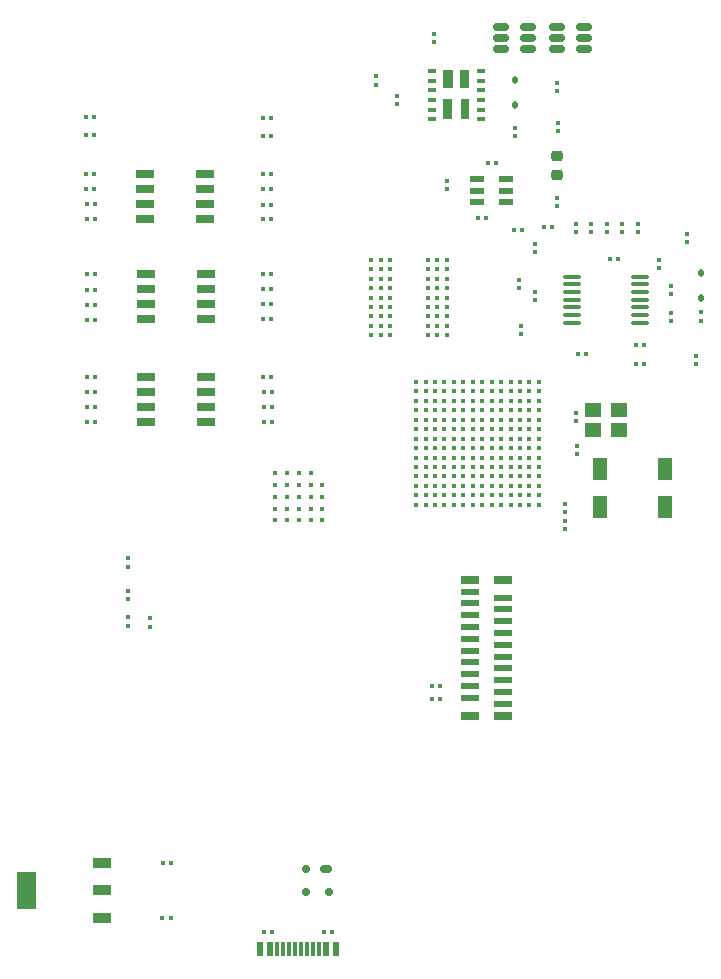
<source format=gbr>
%TF.GenerationSoftware,KiCad,Pcbnew,9.0.0*%
%TF.CreationDate,2025-05-06T20:27:03-04:00*%
%TF.ProjectId,payload_board,7061796c-6f61-4645-9f62-6f6172642e6b,rev?*%
%TF.SameCoordinates,Original*%
%TF.FileFunction,Paste,Top*%
%TF.FilePolarity,Positive*%
%FSLAX45Y45*%
G04 Gerber Fmt 4.5, Leading zero omitted, Abs format (unit mm)*
G04 Created by KiCad (PCBNEW 9.0.0) date 2025-05-06 20:27:03*
%MOMM*%
%LPD*%
G01*
G04 APERTURE LIST*
G04 Aperture macros list*
%AMRoundRect*
0 Rectangle with rounded corners*
0 $1 Rounding radius*
0 $2 $3 $4 $5 $6 $7 $8 $9 X,Y pos of 4 corners*
0 Add a 4 corners polygon primitive as box body*
4,1,4,$2,$3,$4,$5,$6,$7,$8,$9,$2,$3,0*
0 Add four circle primitives for the rounded corners*
1,1,$1+$1,$2,$3*
1,1,$1+$1,$4,$5*
1,1,$1+$1,$6,$7*
1,1,$1+$1,$8,$9*
0 Add four rect primitives between the rounded corners*
20,1,$1+$1,$2,$3,$4,$5,0*
20,1,$1+$1,$4,$5,$6,$7,0*
20,1,$1+$1,$6,$7,$8,$9,0*
20,1,$1+$1,$8,$9,$2,$3,0*%
G04 Aperture macros list end*
%ADD10C,0.000000*%
%ADD11RoundRect,0.079500X0.079500X0.100500X-0.079500X0.100500X-0.079500X-0.100500X0.079500X-0.100500X0*%
%ADD12RoundRect,0.079500X0.100500X-0.079500X0.100500X0.079500X-0.100500X0.079500X-0.100500X-0.079500X0*%
%ADD13RoundRect,0.079500X-0.079500X-0.100500X0.079500X-0.100500X0.079500X0.100500X-0.079500X0.100500X0*%
%ADD14RoundRect,0.079500X-0.100500X0.079500X-0.100500X-0.079500X0.100500X-0.079500X0.100500X0.079500X0*%
%ADD15C,0.410000*%
%ADD16RoundRect,0.175000X-0.325000X0.175000X-0.325000X-0.175000X0.325000X-0.175000X0.325000X0.175000X0*%
%ADD17RoundRect,0.150000X-0.150000X0.200000X-0.150000X-0.200000X0.150000X-0.200000X0.150000X0.200000X0*%
%ADD18RoundRect,0.218750X-0.256250X0.218750X-0.256250X-0.218750X0.256250X-0.218750X0.256250X0.218750X0*%
%ADD19R,0.650000X0.400000*%
%ADD20RoundRect,0.190000X0.610000X0.190000X-0.610000X0.190000X-0.610000X-0.190000X0.610000X-0.190000X0*%
%ADD21R,1.150000X0.600000*%
%ADD22RoundRect,0.112500X-0.112500X0.187500X-0.112500X-0.187500X0.112500X-0.187500X0.112500X0.187500X0*%
%ADD23R,1.400000X1.200000*%
%ADD24R,1.600200X0.838200*%
%ADD25R,0.590000X1.150000*%
%ADD26R,0.298000X1.150000*%
%ADD27C,0.370000*%
%ADD28RoundRect,0.150000X-0.512500X-0.150000X0.512500X-0.150000X0.512500X0.150000X-0.512500X0.150000X0*%
%ADD29R,1.300000X1.900000*%
%ADD30RoundRect,0.100000X-0.637500X-0.100000X0.637500X-0.100000X0.637500X0.100000X-0.637500X0.100000X0*%
%ADD31R,1.500000X0.600000*%
%ADD32R,1.500000X0.800000*%
%ADD33C,0.394000*%
G04 APERTURE END LIST*
D10*
%TO.C,Q1*%
G36*
X19370000Y-6090906D02*
G01*
X19290000Y-6090906D01*
X19290000Y-5940906D01*
X19370000Y-5940906D01*
X19370000Y-6090906D01*
G37*
G36*
X19360000Y-6350906D02*
G01*
X19290000Y-6350906D01*
X19290000Y-6180906D01*
X19360000Y-6180906D01*
X19360000Y-6350906D01*
G37*
G36*
X19510000Y-6090906D02*
G01*
X19430000Y-6090906D01*
X19430000Y-5940906D01*
X19510000Y-5940906D01*
X19510000Y-6090906D01*
G37*
G36*
X19510000Y-6350906D02*
G01*
X19440000Y-6350906D01*
X19440000Y-6180906D01*
X19510000Y-6180906D01*
X19510000Y-6350906D01*
G37*
%TO.C,U2*%
G36*
X15842470Y-13042480D02*
G01*
X15682450Y-13042480D01*
X15682450Y-12727520D01*
X15842470Y-12727520D01*
X15842470Y-13042480D01*
G37*
%TD*%
D11*
%TO.C,C49*%
X20989500Y-8427500D03*
X20920500Y-8427500D03*
%TD*%
D12*
%TO.C,R62*%
X21352500Y-7394500D03*
X21352500Y-7325500D03*
%TD*%
D11*
%TO.C,R51*%
X19958500Y-7292500D03*
X19889500Y-7292500D03*
%TD*%
%TO.C,C48*%
X19651500Y-7192500D03*
X19582500Y-7192500D03*
%TD*%
%TO.C,R3*%
X17830500Y-7080000D03*
X17761500Y-7080000D03*
%TD*%
%TO.C,C45*%
X20212000Y-7265000D03*
X20143000Y-7265000D03*
%TD*%
D13*
%TO.C,R25*%
X16275500Y-8920000D03*
X16344500Y-8920000D03*
%TD*%
%TO.C,R17*%
X16267000Y-6945000D03*
X16336000Y-6945000D03*
%TD*%
%TO.C,R27*%
X16273000Y-8667500D03*
X16342000Y-8667500D03*
%TD*%
D11*
%TO.C,R61*%
X20767000Y-7535000D03*
X20698000Y-7535000D03*
%TD*%
D13*
%TO.C,C7*%
X16912500Y-13115000D03*
X16981500Y-13115000D03*
%TD*%
D11*
%TO.C,C50*%
X20989500Y-8270000D03*
X20920500Y-8270000D03*
%TD*%
D14*
%TO.C,R34*%
X18720000Y-5993000D03*
X18720000Y-6062000D03*
%TD*%
D13*
%TO.C,R15*%
X16269500Y-7202500D03*
X16338500Y-7202500D03*
%TD*%
D11*
%TO.C,R13*%
X17834500Y-8540000D03*
X17765500Y-8540000D03*
%TD*%
%TO.C,R6*%
X17834500Y-8045000D03*
X17765500Y-8045000D03*
%TD*%
D12*
%TO.C,C47*%
X19945000Y-8177000D03*
X19945000Y-8108000D03*
%TD*%
D15*
%TO.C,IC1*%
X19320000Y-8185000D03*
X19240000Y-8185000D03*
X19160000Y-8185000D03*
X18840000Y-8185000D03*
X18760000Y-8185000D03*
X18680000Y-8185000D03*
X19320000Y-8105000D03*
X19240000Y-8105000D03*
X19160000Y-8105000D03*
X18840000Y-8105000D03*
X18760000Y-8105000D03*
X18680000Y-8105000D03*
X19320000Y-8025000D03*
X19240000Y-8025000D03*
X19160000Y-8025000D03*
X18840000Y-8025000D03*
X18760000Y-8025000D03*
X18680000Y-8025000D03*
X19320000Y-7945000D03*
X19240000Y-7945000D03*
X19160000Y-7945000D03*
X18840000Y-7945000D03*
X18760000Y-7945000D03*
X18680000Y-7945000D03*
X19320000Y-7865000D03*
X19240000Y-7865000D03*
X19160000Y-7865000D03*
X18840000Y-7865000D03*
X18760000Y-7865000D03*
X18680000Y-7865000D03*
X19320000Y-7785000D03*
X19240000Y-7785000D03*
X19160000Y-7785000D03*
X18840000Y-7785000D03*
X18760000Y-7785000D03*
X18680000Y-7785000D03*
X19320000Y-7705000D03*
X19240000Y-7705000D03*
X19160000Y-7705000D03*
X18840000Y-7705000D03*
X18760000Y-7705000D03*
X18680000Y-7705000D03*
X19320000Y-7625000D03*
X19240000Y-7625000D03*
X19160000Y-7625000D03*
X18840000Y-7625000D03*
X18760000Y-7625000D03*
X18680000Y-7625000D03*
X19320000Y-7545000D03*
X19240000Y-7545000D03*
X19160000Y-7545000D03*
X18840000Y-7545000D03*
X18760000Y-7545000D03*
X18680000Y-7545000D03*
%TD*%
D16*
%TO.C,D1*%
X18300000Y-12700000D03*
D17*
X18130000Y-12700000D03*
X18130000Y-12900000D03*
X18320000Y-12900000D03*
%TD*%
D14*
%TO.C,R42*%
X16625000Y-10351500D03*
X16625000Y-10420500D03*
%TD*%
%TO.C,R52*%
X20067500Y-7414000D03*
X20067500Y-7483000D03*
%TD*%
D13*
%TO.C,R26*%
X16275500Y-8795000D03*
X16344500Y-8795000D03*
%TD*%
D12*
%TO.C,R47*%
X20673000Y-7308500D03*
X20673000Y-7239500D03*
%TD*%
D18*
%TO.C,D3*%
X20255000Y-6670000D03*
X20255000Y-6827500D03*
%TD*%
D13*
%TO.C,R63*%
X16265500Y-6340000D03*
X16334500Y-6340000D03*
%TD*%
D14*
%TO.C,R43*%
X16625000Y-10074000D03*
X16625000Y-10143000D03*
%TD*%
D19*
%TO.C,Q1*%
X19192457Y-5948468D03*
X19192457Y-6029748D03*
X19192457Y-6111028D03*
X19192457Y-6192308D03*
X19192457Y-6273588D03*
X19192457Y-6354868D03*
X19607518Y-6354843D03*
X19607518Y-6273563D03*
X19607518Y-6192283D03*
X19607518Y-6111003D03*
X19607518Y-6029723D03*
X19607518Y-5948443D03*
%TD*%
D12*
%TO.C,R57*%
X21115000Y-7617500D03*
X21115000Y-7548500D03*
%TD*%
D20*
%TO.C,SW2*%
X17279000Y-8050500D03*
X17279000Y-7923500D03*
X17279000Y-7796500D03*
X17279000Y-7669500D03*
X16771000Y-7669500D03*
X16771000Y-7796500D03*
X16771000Y-7923500D03*
X16771000Y-8050500D03*
%TD*%
D14*
%TO.C,R48*%
X20803000Y-7239500D03*
X20803000Y-7308500D03*
%TD*%
D21*
%TO.C,U5*%
X19572500Y-6865000D03*
X19572500Y-6960000D03*
X19572500Y-7055000D03*
X19822500Y-7055000D03*
X19822500Y-6960000D03*
X19822500Y-6865000D03*
%TD*%
D22*
%TO.C,D4*%
X21472500Y-7657500D03*
X21472500Y-7867500D03*
%TD*%
D13*
%TO.C,R53*%
X19668000Y-6725000D03*
X19737000Y-6725000D03*
%TD*%
%TO.C,R28*%
X16272000Y-8540000D03*
X16341000Y-8540000D03*
%TD*%
%TO.C,R18*%
X16264500Y-6822500D03*
X16333500Y-6822500D03*
%TD*%
D22*
%TO.C,D2*%
X19895000Y-6027500D03*
X19895000Y-6237500D03*
%TD*%
D20*
%TO.C,SW3*%
X17278000Y-8921000D03*
X17278000Y-8794000D03*
X17278000Y-8667000D03*
X17278000Y-8540000D03*
X16770000Y-8540000D03*
X16770000Y-8667000D03*
X16770000Y-8794000D03*
X16770000Y-8921000D03*
%TD*%
D11*
%TO.C,R8*%
X17834500Y-7920000D03*
X17765500Y-7920000D03*
%TD*%
D14*
%TO.C,R41*%
X16625000Y-10574000D03*
X16625000Y-10643000D03*
%TD*%
D11*
%TO.C,R1*%
X17834500Y-6345000D03*
X17765500Y-6345000D03*
%TD*%
%TO.C,R14*%
X17839500Y-8665000D03*
X17770500Y-8665000D03*
%TD*%
D13*
%TO.C,R66*%
X19191500Y-11152500D03*
X19260500Y-11152500D03*
%TD*%
D14*
%TO.C,R54*%
X19932500Y-7718000D03*
X19932500Y-7787000D03*
%TD*%
D20*
%TO.C,SW1*%
X17274000Y-7200500D03*
X17274000Y-7073500D03*
X17274000Y-6946500D03*
X17274000Y-6819500D03*
X16766000Y-6819500D03*
X16766000Y-6946500D03*
X16766000Y-7073500D03*
X16766000Y-7200500D03*
%TD*%
D13*
%TO.C,R21*%
X16272000Y-7797500D03*
X16341000Y-7797500D03*
%TD*%
D23*
%TO.C,Y2*%
X20555000Y-8987500D03*
X20775000Y-8987500D03*
X20775000Y-8817500D03*
X20555000Y-8817500D03*
%TD*%
D14*
%TO.C,R37*%
X20255000Y-6048500D03*
X20255000Y-6117500D03*
%TD*%
%TO.C,R38*%
X20257500Y-6385500D03*
X20257500Y-6454500D03*
%TD*%
D11*
%TO.C,R12*%
X17829500Y-6495000D03*
X17760500Y-6495000D03*
%TD*%
D14*
%TO.C,R60*%
X21215000Y-7994000D03*
X21215000Y-8063000D03*
%TD*%
D12*
%TO.C,R59*%
X21217500Y-7838500D03*
X21217500Y-7769500D03*
%TD*%
D14*
%TO.C,C32*%
X20420000Y-9122500D03*
X20420000Y-9191500D03*
%TD*%
D11*
%TO.C,R5*%
X17829500Y-6820000D03*
X17760500Y-6820000D03*
%TD*%
D13*
%TO.C,R22*%
X16270500Y-7670000D03*
X16339500Y-7670000D03*
%TD*%
%TO.C,C10*%
X16913000Y-12652500D03*
X16982000Y-12652500D03*
%TD*%
%TO.C,R31*%
X17770700Y-13233400D03*
X17839700Y-13233400D03*
%TD*%
D24*
%TO.C,U2*%
X16402540Y-13115000D03*
X16402540Y-12885000D03*
X16402540Y-12655000D03*
%TD*%
D13*
%TO.C,R32*%
X18278700Y-13233400D03*
X18347700Y-13233400D03*
%TD*%
%TO.C,R64*%
X16265500Y-6490000D03*
X16334500Y-6490000D03*
%TD*%
%TO.C,R65*%
X19191500Y-11260000D03*
X19260500Y-11260000D03*
%TD*%
D14*
%TO.C,R35*%
X19207500Y-5630500D03*
X19207500Y-5699500D03*
%TD*%
D11*
%TO.C,R9*%
X17833500Y-7795000D03*
X17764500Y-7795000D03*
%TD*%
D14*
%TO.C,R58*%
X21472500Y-7991500D03*
X21472500Y-8060500D03*
%TD*%
D12*
%TO.C,R50*%
X20252500Y-7088000D03*
X20252500Y-7019000D03*
%TD*%
D25*
%TO.C,J2*%
X17740000Y-13380000D03*
X17820000Y-13380000D03*
D26*
X17935000Y-13380000D03*
X18035000Y-13380000D03*
X18085000Y-13380000D03*
X18185000Y-13380000D03*
D25*
X18380000Y-13380000D03*
X18300000Y-13380000D03*
D26*
X18235000Y-13380000D03*
X18135000Y-13380000D03*
X17985000Y-13380000D03*
X17885000Y-13380000D03*
%TD*%
D11*
%TO.C,R4*%
X17832000Y-6945000D03*
X17763000Y-6945000D03*
%TD*%
D27*
%TO.C,U3*%
X18267500Y-9452500D03*
X18267500Y-9552500D03*
X18267500Y-9652500D03*
X18267500Y-9752500D03*
X18167500Y-9352500D03*
X18167500Y-9452500D03*
X18167500Y-9552500D03*
X18167500Y-9652500D03*
X18167500Y-9752500D03*
X18067500Y-9352500D03*
X18067500Y-9452500D03*
X18067500Y-9552500D03*
X18067500Y-9652500D03*
X18067500Y-9752500D03*
X17967500Y-9352500D03*
X17967500Y-9452500D03*
X17967500Y-9552500D03*
X17967500Y-9652500D03*
X17967500Y-9752500D03*
X17867500Y-9352500D03*
X17867500Y-9452500D03*
X17867500Y-9552500D03*
X17867500Y-9652500D03*
X17867500Y-9752500D03*
%TD*%
D12*
%TO.C,R36*%
X19895000Y-6497000D03*
X19895000Y-6428000D03*
%TD*%
D11*
%TO.C,R7*%
X17841000Y-8920000D03*
X17772000Y-8920000D03*
%TD*%
D14*
%TO.C,C46*%
X19322500Y-6878000D03*
X19322500Y-6947000D03*
%TD*%
D11*
%TO.C,R11*%
X17834500Y-7667500D03*
X17765500Y-7667500D03*
%TD*%
D28*
%TO.C,Q2*%
X19780000Y-5575000D03*
X19780000Y-5670000D03*
X19780000Y-5765000D03*
X20007500Y-5765000D03*
X20007500Y-5670000D03*
X20007500Y-5575000D03*
%TD*%
D12*
%TO.C,R45*%
X20418000Y-7308500D03*
X20418000Y-7239500D03*
%TD*%
D13*
%TO.C,R19*%
X16274500Y-8052500D03*
X16343500Y-8052500D03*
%TD*%
%TO.C,R16*%
X16269500Y-7075000D03*
X16338500Y-7075000D03*
%TD*%
D14*
%TO.C,C20*%
X20320000Y-9760000D03*
X20320000Y-9829000D03*
%TD*%
D12*
%TO.C,C51*%
X21430000Y-8429500D03*
X21430000Y-8360500D03*
%TD*%
%TO.C,R33*%
X18900000Y-6227000D03*
X18900000Y-6158000D03*
%TD*%
D14*
%TO.C,R46*%
X20543000Y-7239500D03*
X20543000Y-7308500D03*
%TD*%
D29*
%TO.C,Y1*%
X20617500Y-9635000D03*
X21167500Y-9635000D03*
X21167500Y-9315000D03*
X20617500Y-9315000D03*
%TD*%
D14*
%TO.C,R40*%
X16810000Y-10581500D03*
X16810000Y-10650500D03*
%TD*%
D11*
%TO.C,R10*%
X17839500Y-8790000D03*
X17770500Y-8790000D03*
%TD*%
D30*
%TO.C,U4*%
X20382500Y-7687500D03*
X20382500Y-7752500D03*
X20382500Y-7817500D03*
X20382500Y-7882500D03*
X20382500Y-7947500D03*
X20382500Y-8012500D03*
X20382500Y-8077500D03*
X20955000Y-8077500D03*
X20955000Y-8012500D03*
X20955000Y-7947500D03*
X20955000Y-7882500D03*
X20955000Y-7817500D03*
X20955000Y-7752500D03*
X20955000Y-7687500D03*
%TD*%
D14*
%TO.C,C34*%
X20417500Y-8845500D03*
X20417500Y-8914500D03*
%TD*%
D31*
%TO.C,J8*%
X19800000Y-11305000D03*
X19520000Y-11255000D03*
X19800000Y-11205000D03*
X19520000Y-11155000D03*
X19800000Y-11105000D03*
X19520000Y-11055000D03*
X19800000Y-11005000D03*
X19520000Y-10955000D03*
X19800000Y-10905000D03*
X19520000Y-10855000D03*
X19800000Y-10805000D03*
X19520000Y-10755000D03*
X19800000Y-10705000D03*
X19520000Y-10655000D03*
X19800000Y-10605000D03*
X19520000Y-10555000D03*
X19800000Y-10505000D03*
X19520000Y-10455000D03*
X19800000Y-10405000D03*
X19520000Y-10355000D03*
D32*
X19800000Y-11405000D03*
X19520000Y-11405000D03*
X19520000Y-10255000D03*
X19800000Y-10255000D03*
%TD*%
D13*
%TO.C,R56*%
X20427000Y-8345000D03*
X20496000Y-8345000D03*
%TD*%
D12*
%TO.C,R49*%
X20935500Y-7310000D03*
X20935500Y-7241000D03*
%TD*%
%TO.C,R55*%
X20065000Y-7888000D03*
X20065000Y-7819000D03*
%TD*%
%TO.C,C19*%
X20320000Y-9682500D03*
X20320000Y-9613500D03*
%TD*%
D11*
%TO.C,R2*%
X17830500Y-7200000D03*
X17761500Y-7200000D03*
%TD*%
D13*
%TO.C,R20*%
X16275500Y-7925000D03*
X16344500Y-7925000D03*
%TD*%
D33*
%TO.C,U1*%
X19060000Y-8580000D03*
X19140000Y-8580000D03*
X19220000Y-8580000D03*
X19300000Y-8580000D03*
X19380000Y-8580000D03*
X19460000Y-8580000D03*
X19540000Y-8580000D03*
X19620000Y-8580000D03*
X19700000Y-8580000D03*
X19780000Y-8580000D03*
X19860000Y-8580000D03*
X19940000Y-8580000D03*
X20020000Y-8580000D03*
X20100000Y-8580000D03*
X19060000Y-8660000D03*
X19140000Y-8660000D03*
X19220000Y-8660000D03*
X19300000Y-8660000D03*
X19380000Y-8660000D03*
X19460000Y-8660000D03*
X19540000Y-8660000D03*
X19620000Y-8660000D03*
X19700000Y-8660000D03*
X19780000Y-8660000D03*
X19860000Y-8660000D03*
X19940000Y-8660000D03*
X20020000Y-8660000D03*
X20100000Y-8660000D03*
X19060000Y-8740000D03*
X19140000Y-8740000D03*
X19220000Y-8740000D03*
X19300000Y-8740000D03*
X19380000Y-8740000D03*
X19460000Y-8740000D03*
X19540000Y-8740000D03*
X19620000Y-8740000D03*
X19700000Y-8740000D03*
X19780000Y-8740000D03*
X19860000Y-8740000D03*
X19940000Y-8740000D03*
X20020000Y-8740000D03*
X20100000Y-8740000D03*
X19060000Y-8820000D03*
X19140000Y-8820000D03*
X19220000Y-8820000D03*
X19300000Y-8820000D03*
X19380000Y-8820000D03*
X19460000Y-8820000D03*
X19540000Y-8820000D03*
X19620000Y-8820000D03*
X19700000Y-8820000D03*
X19780000Y-8820000D03*
X19860000Y-8820000D03*
X19940000Y-8820000D03*
X20020000Y-8820000D03*
X20100000Y-8820000D03*
X19060000Y-8900000D03*
X19140000Y-8900000D03*
X19220000Y-8900000D03*
X19300000Y-8900000D03*
X19380000Y-8900000D03*
X19460000Y-8900000D03*
X19540000Y-8900000D03*
X19620000Y-8900000D03*
X19700000Y-8900000D03*
X19780000Y-8900000D03*
X19860000Y-8900000D03*
X19940000Y-8900000D03*
X20020000Y-8900000D03*
X20100000Y-8900000D03*
X19060000Y-8980000D03*
X19140000Y-8980000D03*
X19220000Y-8980000D03*
X19300000Y-8980000D03*
X19380000Y-8980000D03*
X19460000Y-8980000D03*
X19540000Y-8980000D03*
X19620000Y-8980000D03*
X19700000Y-8980000D03*
X19780000Y-8980000D03*
X19860000Y-8980000D03*
X19940000Y-8980000D03*
X20020000Y-8980000D03*
X20100000Y-8980000D03*
X19060000Y-9060000D03*
X19140000Y-9060000D03*
X19220000Y-9060000D03*
X19300000Y-9060000D03*
X19380000Y-9060000D03*
X19460000Y-9060000D03*
X19540000Y-9060000D03*
X19620000Y-9060000D03*
X19700000Y-9060000D03*
X19780000Y-9060000D03*
X19860000Y-9060000D03*
X19940000Y-9060000D03*
X20020000Y-9060000D03*
X20100000Y-9060000D03*
X19060000Y-9140000D03*
X19140000Y-9140000D03*
X19220000Y-9140000D03*
X19300000Y-9140000D03*
X19380000Y-9140000D03*
X19460000Y-9140000D03*
X19540000Y-9140000D03*
X19620000Y-9140000D03*
X19700000Y-9140000D03*
X19780000Y-9140000D03*
X19860000Y-9140000D03*
X19940000Y-9140000D03*
X20020000Y-9140000D03*
X20100000Y-9140000D03*
X19060000Y-9220000D03*
X19140000Y-9220000D03*
X19220000Y-9220000D03*
X19300000Y-9220000D03*
X19380000Y-9220000D03*
X19460000Y-9220000D03*
X19540000Y-9220000D03*
X19620000Y-9220000D03*
X19700000Y-9220000D03*
X19780000Y-9220000D03*
X19860000Y-9220000D03*
X19940000Y-9220000D03*
X20020000Y-9220000D03*
X20100000Y-9220000D03*
X19060000Y-9300000D03*
X19140000Y-9300000D03*
X19220000Y-9300000D03*
X19300000Y-9300000D03*
X19380000Y-9300000D03*
X19460000Y-9300000D03*
X19540000Y-9300000D03*
X19620000Y-9300000D03*
X19700000Y-9300000D03*
X19780000Y-9300000D03*
X19860000Y-9300000D03*
X19940000Y-9300000D03*
X20020000Y-9300000D03*
X20100000Y-9300000D03*
X19060000Y-9380000D03*
X19140000Y-9380000D03*
X19220000Y-9380000D03*
X19300000Y-9380000D03*
X19380000Y-9380000D03*
X19460000Y-9380000D03*
X19540000Y-9380000D03*
X19620000Y-9380000D03*
X19700000Y-9380000D03*
X19780000Y-9380000D03*
X19860000Y-9380000D03*
X19940000Y-9380000D03*
X20020000Y-9380000D03*
X20100000Y-9380000D03*
X19060000Y-9460000D03*
X19140000Y-9460000D03*
X19220000Y-9460000D03*
X19300000Y-9460000D03*
X19380000Y-9460000D03*
X19460000Y-9460000D03*
X19540000Y-9460000D03*
X19620000Y-9460000D03*
X19700000Y-9460000D03*
X19780000Y-9460000D03*
X19860000Y-9460000D03*
X19940000Y-9460000D03*
X20020000Y-9460000D03*
X20100000Y-9460000D03*
X19060000Y-9540000D03*
X19140000Y-9540000D03*
X19220000Y-9540000D03*
X19300000Y-9540000D03*
X19380000Y-9540000D03*
X19460000Y-9540000D03*
X19540000Y-9540000D03*
X19620000Y-9540000D03*
X19700000Y-9540000D03*
X19780000Y-9540000D03*
X19860000Y-9540000D03*
X19940000Y-9540000D03*
X20020000Y-9540000D03*
X20100000Y-9540000D03*
X19060000Y-9620000D03*
X19140000Y-9620000D03*
X19220000Y-9620000D03*
X19300000Y-9620000D03*
X19380000Y-9620000D03*
X19460000Y-9620000D03*
X19540000Y-9620000D03*
X19620000Y-9620000D03*
X19700000Y-9620000D03*
X19780000Y-9620000D03*
X19860000Y-9620000D03*
X19940000Y-9620000D03*
X20020000Y-9620000D03*
X20100000Y-9620000D03*
%TD*%
D28*
%TO.C,Q3*%
X20252500Y-5575000D03*
X20252500Y-5670000D03*
X20252500Y-5765000D03*
X20480000Y-5765000D03*
X20480000Y-5670000D03*
X20480000Y-5575000D03*
%TD*%
M02*

</source>
